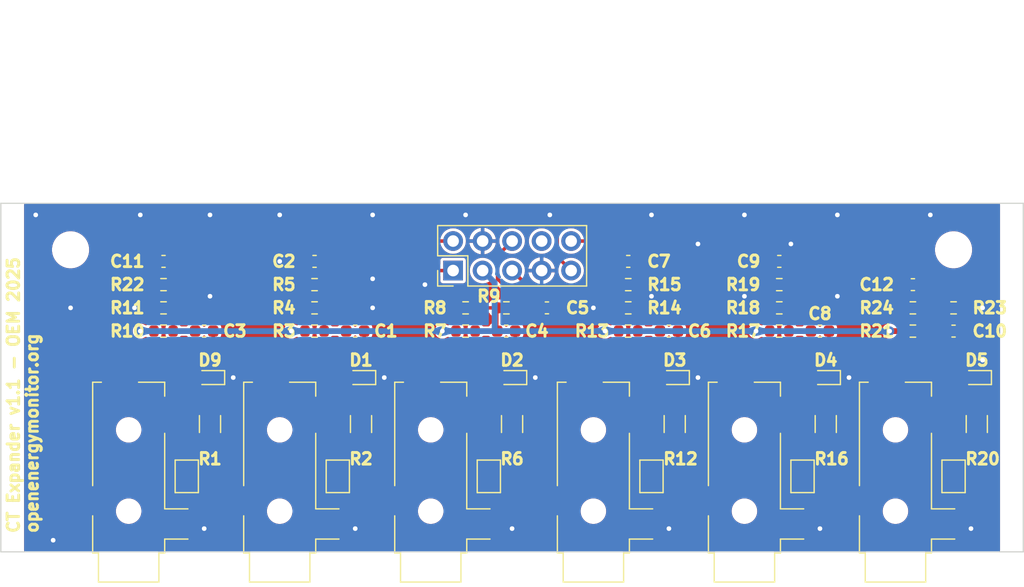
<source format=kicad_pcb>
(kicad_pcb (version 20241229) (generator "pcbnew") (generator_version "9.0")
  (title_block (title "OEM 6CT expander") (date "2024-09-09") (rev "0.1") (company "OpenEnergyMonitor"))
  (layers (0 "F.Cu" signal) (2 "B.Cu" signal) (13 "F.Paste" user) (15 "B.Paste" user) (5 "F.SilkS" user "F.Silkscreen") (7 "B.SilkS" user "B.Silkscreen") (1 "F.Mask" user) (3 "B.Mask" user) (25 "Edge.Cuts" user))
  (net 0 "")
  (net 1 "Net-(D1-A2)")
  (net 2 "Net-(C1-Pad2)")
  (net 3 "/CT8")
  (net 4 "GND")
  (net 5 "Net-(D9-A2)")
  (net 6 "Net-(C3-Pad2)")
  (net 7 "Net-(D2-A2)")
  (net 8 "Net-(C4-Pad2)")
  (net 9 "/CT9")
  (net 10 "Net-(D3-A2)")
  (net 11 "Net-(C6-Pad2)")
  (net 12 "/CT10")
  (net 13 "Net-(D4-A2)")
  (net 14 "Net-(C8-Pad2)")
  (net 15 "/CT11")
  (net 16 "Net-(D5-A2)")
  (net 17 "Net-(C10-Pad2)")
  (net 18 "/CT7")
  (net 19 "/CT12")
  (net 26 "/V_{REF}")
  (net 28 "Net-(JP1-B)")
  (net 29 "Net-(JP2-B)")
  (net 30 "Net-(JP3-B)")
  (net 31 "Net-(JP4-B)")
  (net 32 "Net-(JP5-B)")
  (net 33 "Net-(JP6-B)")
  (footprint "Capacitor_SMD:C_0603_1608Metric" (layer "F.Cu") (at 157.5 111 180)
    (property "Reference" "C6" (at -1.5 0 0) (layer "F.SilkS") (effects (font (thickness 0.25) (bold yes)) (justify left)))
    (property "Value" "10uF")
    (pad "1" smd roundrect (at -0.775 0 180) (size 0.9 0.95) (layers "F.Cu" "F.Mask" "F.Paste") (net 10 "Net-(D3-A2)"))
    (pad "2" smd roundrect (at 0.775 0 180) (size 0.9 0.95) (layers "F.Cu" "F.Mask" "F.Paste") (net 11 "Net-(C6-Pad2)"))
  )
  (footprint "Capacitor_SMD:C_0603_1608Metric" (layer "F.Cu") (at 182 111 180)
    (property "Reference" "C10" (at -1.5 0 0) (layer "F.SilkS") (effects (font (thickness 0.25) (bold yes)) (justify left)))
    (property "Value" "10uF")
    (pad "1" smd roundrect (at -0.775 0 180) (size 0.9 0.95) (layers "F.Cu" "F.Mask" "F.Paste") (net 16 "Net-(D5-A2)"))
    (pad "2" smd roundrect (at 0.775 0 180) (size 0.9 0.95) (layers "F.Cu" "F.Mask" "F.Paste") (net 17 "Net-(C10-Pad2)"))
  )
  (footprint "Resistor_SMD:R_0603_1608Metric" (layer "F.Cu") (at 140 111)
    (property "Reference" "R7" (at -1.5 0 0) (layer "F.SilkS") (effects (font (thickness 0.25) (bold yes)) (justify right)))
    (property "Value" "47K")
    (pad "1" smd roundrect (at -0.825 0) (size 0.8 0.95) (layers "F.Cu" "F.Mask" "F.Paste") (net 26 "/V_{REF}"))
    (pad "2" smd roundrect (at 0.825 0) (size 0.8 0.95) (layers "F.Cu" "F.Mask" "F.Paste") (net 8 "Net-(C4-Pad2)"))
  )
  (footprint "Connector_Audio:Jack_3.5mm_CUI_SJ-3524-SMT_Horizontal" (layer "F.Cu") (at 111 124 180)
    (property "Reference" "J1" (hide yes))
    (property "Value" "SJ-3524-SMT-TR")
    (pad "" np_thru_hole circle (at 0 -2.5 180) (size 1.7 1.7) (drill 1.7) (layers "*.Cu" "*.Mask"))
    (pad "" np_thru_hole circle (at 0 4.5 180) (size 1.7 1.7) (drill 1.7) (layers "*.Cu" "*.Mask"))
    (pad "R" smd rect (at 3.7 -1.6 180) (size 2.8 2.2) (layers "F.Cu" "F.Mask" "F.Paste"))
    (pad "S" smd rect (at -3.7 -3.6 180) (size 2.8 2.2) (layers "F.Cu" "F.Mask" "F.Paste") (net 4 "GND"))
    (pad "T" smd rect (at -3.7 5.8 180) (size 2.8 2.8) (layers "F.Cu" "F.Mask" "F.Paste") (net 5 "Net-(D9-A2)"))
    (pad "TN" smd rect (at 0.75 9.8 180) (size 2.8 2.6) (layers "F.Cu" "F.Mask" "F.Paste"))
  )
  (footprint "Jumper:SolderJumper-2_P1.3mm_Open_TrianglePad1.0x1.5mm" (layer "F.Cu") (at 156 123.5 90)
    (property "Reference" "JP4" (hide yes))
    (property "Value" "SolderJumper_2_Open")
    (pad "1" smd custom (at -0.725 0 90) (size 0.3 0.3) (layers "F.Cu" "F.Mask") (net 4 "GND") (options (clearance outline) (anchor rect)) (primitives (gr_poly (pts (xy 1 0) (xy 0.5 0.75) (xy -0.5 0.75) (xy -0.5 -0.75) (xy 0.5 -0.75)) (width 0) (fill yes))))
    (pad "2" smd custom (at 0.725 0 90) (size 0.3 0.3) (layers "F.Cu" "F.Mask") (net 31 "Net-(JP4-B)") (options (clearance outline) (anchor rect)) (primitives (gr_poly (pts (xy 0.5 0.75) (xy -0.65 0.75) (xy -0.15 0) (xy -0.65 -0.75) (xy 0.5 -0.75)) (width 0) (fill yes))))
  )
  (footprint "Resistor_SMD:R_0603_1608Metric" (layer "F.Cu") (at 127 109)
    (property "Reference" "R4" (at -1.5 0 0) (layer "F.SilkS") (effects (font (thickness 0.25) (bold yes)) (justify right)))
    (property "Value" "47K")
    (pad "1" smd roundrect (at -0.825 0) (size 0.8 0.95) (layers "F.Cu" "F.Mask" "F.Paste") (net 4 "GND"))
    (pad "2" smd roundrect (at 0.825 0) (size 0.8 0.95) (layers "F.Cu" "F.Mask" "F.Paste") (net 2 "Net-(C1-Pad2)"))
  )
  (footprint "Diode_SMD:D_SOD-523" (layer "F.Cu") (at 171 115 180)
    (property "Reference" "D4" (at 0 1.5 0) (layer "F.SilkS") (effects (font (thickness 0.25) (bold yes))))
    (property "Value" "5V")
    (pad "1" smd roundrect (at -0.7 0) (size 0.6 0.7) (layers "F.Cu" "F.Mask" "F.Paste") (net 4 "GND"))
    (pad "2" smd roundrect (at 0.7 0) (size 0.6 0.7) (layers "F.Cu" "F.Mask" "F.Paste") (net 13 "Net-(D4-A2)"))
  )
  (footprint "Resistor_SMD:R_0603_1608Metric" (layer "F.Cu") (at 114 111)
    (property "Reference" "R10" (at -1.5 0 0) (layer "F.SilkS") (effects (font (thickness 0.25) (bold yes)) (justify right)))
    (property "Value" "47K")
    (pad "1" smd roundrect (at -0.825 0) (size 0.8 0.95) (layers "F.Cu" "F.Mask" "F.Paste") (net 26 "/V_{REF}"))
    (pad "2" smd roundrect (at 0.825 0) (size 0.8 0.95) (layers "F.Cu" "F.Mask" "F.Paste") (net 6 "Net-(C3-Pad2)"))
  )
  (footprint "Resistor_SMD:R_0603_1608Metric" (layer "F.Cu") (at 167 111)
    (property "Reference" "R17" (at -1.5 0 0) (layer "F.SilkS") (effects (font (thickness 0.25) (bold yes)) (justify right)))
    (property "Value" "47K")
    (pad "1" smd roundrect (at -0.825 0) (size 0.8 0.95) (layers "F.Cu" "F.Mask" "F.Paste") (net 26 "/V_{REF}"))
    (pad "2" smd roundrect (at 0.825 0) (size 0.8 0.95) (layers "F.Cu" "F.Mask" "F.Paste") (net 14 "Net-(C8-Pad2)"))
  )
  (footprint "Resistor_SMD:R_0603_1608Metric" (layer "F.Cu") (at 127 107 180)
    (property "Reference" "R5" (at 1.5 0 0) (layer "F.SilkS") (effects (font (thickness 0.25) (bold yes)) (justify right)))
    (property "Value" "3K3")
    (pad "1" smd roundrect (at -0.825 0 180) (size 0.8 0.95) (layers "F.Cu" "F.Mask" "F.Paste") (net 3 "/CT8"))
    (pad "2" smd roundrect (at 0.825 0 180) (size 0.8 0.95) (layers "F.Cu" "F.Mask" "F.Paste") (net 2 "Net-(C1-Pad2)"))
  )
  (footprint "Resistor_SMD:R_0603_1608Metric" (layer "F.Cu") (at 143.51 109 180)
    (property "Reference" "R9" (at 1.51 1 0) (layer "F.SilkS") (effects (font (thickness 0.25) (bold yes))))
    (property "Value" "3K3")
    (pad "1" smd roundrect (at -0.825 0 180) (size 0.8 0.95) (layers "F.Cu" "F.Mask" "F.Paste") (net 9 "/CT9"))
    (pad "2" smd roundrect (at 0.825 0 180) (size 0.8 0.95) (layers "F.Cu" "F.Mask" "F.Paste") (net 8 "Net-(C4-Pad2)"))
  )
  (footprint "Connector_Audio:Jack_3.5mm_CUI_SJ-3524-SMT_Horizontal" (layer "F.Cu") (at 177 124 180)
    (property "Reference" "J6" (hide yes))
    (property "Value" "SJ-3524-SMT-TR")
    (pad "" np_thru_hole circle (at 0 -2.5 180) (size 1.7 1.7) (drill 1.7) (layers "*.Cu" "*.Mask"))
    (pad "" np_thru_hole circle (at 0 4.5 180) (size 1.7 1.7) (drill 1.7) (layers "*.Cu" "*.Mask"))
    (pad "R" smd rect (at 3.7 -1.6 180) (size 2.8 2.2) (layers "F.Cu" "F.Mask" "F.Paste"))
    (pad "S" smd rect (at -3.7 -3.6 180) (size 2.8 2.2) (layers "F.Cu" "F.Mask" "F.Paste") (net 4 "GND"))
    (pad "T" smd rect (at -3.7 5.8 180) (size 2.8 2.8) (layers "F.Cu" "F.Mask" "F.Paste") (net 16 "Net-(D5-A2)"))
    (pad "TN" smd rect (at 0.75 9.8 180) (size 2.8 2.6) (layers "F.Cu" "F.Mask" "F.Paste"))
  )
  (footprint "Connector_Audio:Jack_3.5mm_CUI_SJ-3524-SMT_Horizontal" (layer "F.Cu") (at 151 124 180)
    (property "Reference" "J4" (hide yes))
    (property "Value" "SJ-3524-SMT-TR")
    (pad "" np_thru_hole circle (at 0 -2.5 180) (size 1.7 1.7) (drill 1.7) (layers "*.Cu" "*.Mask"))
    (pad "" np_thru_hole circle (at 0 4.5 180) (size 1.7 1.7) (drill 1.7) (layers "*.Cu" "*.Mask"))
    (pad "R" smd rect (at 3.7 -1.6 180) (size 2.8 2.2) (layers "F.Cu" "F.Mask" "F.Paste"))
    (pad "S" smd rect (at -3.7 -3.6 180) (size 2.8 2.2) (layers "F.Cu" "F.Mask" "F.Paste") (net 4 "GND"))
    (pad "T" smd rect (at -3.7 5.8 180) (size 2.8 2.8) (layers "F.Cu" "F.Mask" "F.Paste") (net 10 "Net-(D3-A2)"))
    (pad "TN" smd rect (at 0.75 9.8 180) (size 2.8 2.6) (layers "F.Cu" "F.Mask" "F.Paste"))
  )
  (footprint "Capacitor_SMD:C_0603_1608Metric" (layer "F.Cu") (at 127 105 180)
    (property "Reference" "C2" (at 1.5 0 0) (layer "F.SilkS") (effects (font (thickness 0.25) (bold yes)) (justify right)))
    (property "Value" "10n")
    (pad "1" smd roundrect (at -0.775 0 180) (size 0.9 0.95) (layers "F.Cu" "F.Mask" "F.Paste") (net 3 "/CT8"))
    (pad "2" smd roundrect (at 0.775 0 180) (size 0.9 0.95) (layers "F.Cu" "F.Mask" "F.Paste") (net 4 "GND"))
  )
  (footprint "Capacitor_SMD:C_0603_1608Metric" (layer "F.Cu") (at 170.5 111 180)
    (property "Reference" "C8" (at 0 1.5 0) (layer "F.SilkS") (effects (font (thickness 0.25) (bold yes))))
    (property "Value" "10uF")
    (pad "1" smd roundrect (at -0.775 0 180) (size 0.9 0.95) (layers "F.Cu" "F.Mask" "F.Paste") (net 13 "Net-(D4-A2)"))
    (pad "2" smd roundrect (at 0.775 0 180) (size 0.9 0.95) (layers "F.Cu" "F.Mask" "F.Paste") (net 14 "Net-(C8-Pad2)"))
  )
  (footprint "Connector_Audio:Jack_3.5mm_CUI_SJ-3524-SMT_Horizontal" (layer "F.Cu") (at 137 124 180)
    (property "Reference" "J3" (hide yes))
    (property "Value" "SJ-3524-SMT-TR")
    (pad "" np_thru_hole circle (at 0 -2.5 180) (size 1.7 1.7) (drill 1.7) (layers "*.Cu" "*.Mask"))
    (pad "" np_thru_hole circle (at 0 4.5 180) (size 1.7 1.7) (drill 1.7) (layers "*.Cu" "*.Mask"))
    (pad "R" smd rect (at 3.7 -1.6 180) (size 2.8 2.2) (layers "F.Cu" "F.Mask" "F.Paste"))
    (pad "S" smd rect (at -3.7 -3.6 180) (size 2.8 2.2) (layers "F.Cu" "F.Mask" "F.Paste") (net 4 "GND"))
    (pad "T" smd rect (at -3.7 5.8 180) (size 2.8 2.8) (layers "F.Cu" "F.Mask" "F.Paste") (net 7 "Net-(D2-A2)"))
    (pad "TN" smd rect (at 0.75 9.8 180) (size 2.8 2.6) (layers "F.Cu" "F.Mask" "F.Paste"))
  )
  (footprint "Resistor_SMD:R_1206_3216Metric" (layer "F.Cu") (at 171 119 -90)
    (property "Reference" "R16" (at 3 -0.5 180) (layer "F.SilkS") (effects (font (thickness 0.25) (bold yes))))
    (property "Value" "6R8")
    (pad "1" smd roundrect (at -1.4625 0 270) (size 1.125 1.75) (layers "F.Cu" "F.Mask" "F.Paste") (roundrect_rratio 0.222222) (net 13 "Net-(D4-A2)"))
    (pad "2" smd roundrect (at 1.4625 0 270) (size 1.125 1.75) (layers "F.Cu" "F.Mask" "F.Paste") (roundrect_rratio 0.222222) (net 32 "Net-(JP5-B)"))
  )
  (footprint "Capacitor_SMD:C_0603_1608Metric" (layer "F.Cu") (at 117.5 111 180)
    (property "Reference" "C3" (at -1.5 0 0) (layer "F.SilkS") (effects (font (thickness 0.25) (bold yes)) (justify left)))
    (property "Value" "10uF")
    (pad "1" smd roundrect (at -0.775 0 180) (size 0.9 0.95) (layers "F.Cu" "F.Mask" "F.Paste") (net 5 "Net-(D9-A2)"))
    (pad "2" smd roundrect (at 0.775 0 180) (size 0.9 0.95) (layers "F.Cu" "F.Mask" "F.Paste") (net 6 "Net-(C3-Pad2)"))
  )
  (footprint "Connector_PinHeader_2.54mm:PinHeader_2x05_P2.54mm_Vertical" (layer "F.Cu") (at 138.925 105.79 90)
    (property "Reference" "J7" (hide yes))
    (property "Value" "Conn_02x05_Odd_Even")
    (pad "1" thru_hole rect (at 0 0 90) (size 1.7 1.7) (drill 1) (layers "*.Cu" "*.Mask") (net 3 "/CT8"))
    (pad "2" thru_hole oval (at 2.54 0 90) (size 1.7 1.7) (drill 1) (layers "*.Cu" "*.Mask") (net 18 "/CT7"))
    (pad "3" thru_hole oval (at 0 2.54 90) (size 1.7 1.7) (drill 1) (layers "*.Cu" "*.Mask") (net 26 "/V_{REF}"))
    (pad "4" thru_hole oval (at 2.54 2.54 90) (size 1.7 1.7) (drill 1) (layers "*.Cu" "*.Mask") (net 4 "GND"))
    (pad "5" thru_hole oval (at 0 5.08 90) (size 1.7 1.7) (drill 1) (layers "*.Cu" "*.Mask") (net 12 "/CT10"))
    (pad "6" thru_hole oval (at 2.54 5.08 90) (size 1.7 1.7) (drill 1) (layers "*.Cu" "*.Mask") (net 9 "/CT9"))
    (pad "7" thru_hole oval (at 0 7.62 90) (size 1.7 1.7) (drill 1) (layers "*.Cu" "*.Mask") (net 4 "GND"))
    (pad "8" thru_hole oval (at 2.54 7.62 90) (size 1.7 1.7) (drill 1) (layers "*.Cu" "*.Mask"))
    (pad "9" thru_hole oval (at 0 10.16 90) (size 1.7 1.7) (drill 1) (layers "*.Cu" "*.Mask") (net 19 "/CT12"))
    (pad "10" thru_hole oval (at 2.54 10.16 90) (size 1.7 1.7) (drill 1) (layers "*.Cu" "*.Mask") (net 15 "/CT11"))
  )
  (footprint "Resistor_SMD:R_0603_1608Metric" (layer "F.Cu") (at 154 107)
    (property "Reference" "R15" (at 1.5 0 0) (layer "F.SilkS") (effects (font (thickness 0.25) (bold yes)) (justify left)))
    (property "Value" "3K3")
    (pad "1" smd roundrect (at -0.825 0) (size 0.8 0.95) (layers "F.Cu" "F.Mask" "F.Paste") (net 12 "/CT10"))
    (pad "2" smd roundrect (at 0.825 0) (size 0.8 0.95) (layers "F.Cu" "F.Mask" "F.Paste") (net 11 "Net-(C6-Pad2)"))
  )
  (footprint "MountingHole:MountingHole_2.7mm_M2.5" (layer "F.Cu") (at 182 104 90)
    (property "Reference" "H2" (hide yes))
    (property "Value" "MountingHole")
    (pad "" np_thru_hole circle (at 0 0 90) (size 2.7 2.7) (drill 2.7) (layers "*.Cu" "*.Mask"))
  )
  (footprint "Capacitor_SMD:C_0603_1608Metric" (layer "F.Cu") (at 114 105 180)
    (property "Reference" "C11" (at 1.5 0 0) (layer "F.SilkS") (effects (font (thickness 0.25) (bold yes)) (justify right)))
    (property "Value" "10n")
    (pad "1" smd roundrect (at -0.775 0 180) (size 0.9 0.95) (layers "F.Cu" "F.Mask" "F.Paste") (net 18 "/CT7"))
    (pad "2" smd roundrect (at 0.775 0 180) (size 0.9 0.95) (layers "F.Cu" "F.Mask" "F.Paste") (net 4 "GND"))
  )
  (footprint "Diode_SMD:D_SOD-523" (layer "F.Cu") (at 158 115 180)
    (property "Reference" "D3" (at 0 1.5 0) (layer "F.SilkS") (effects (font (thickness 0.25) (bold yes))))
    (property "Value" "5V")
    (pad "1" smd roundrect (at -0.7 0) (size 0.6 0.7) (layers "F.Cu" "F.Mask" "F.Paste") (net 4 "GND"))
    (pad "2" smd roundrect (at 0.7 0) (size 0.6 0.7) (layers "F.Cu" "F.Mask" "F.Paste") (net 10 "Net-(D3-A2)"))
  )
  (footprint "Resistor_SMD:R_0603_1608Metric" (layer "F.Cu") (at 154 111)
    (property "Reference" "R13" (at -1.5 0 0) (layer "F.SilkS") (effects (font (thickness 0.25) (bold yes)) (justify right)))
    (property "Value" "47K")
    (pad "1" smd roundrect (at -0.825 0) (size 0.8 0.95) (layers "F.Cu" "F.Mask" "F.Paste") (net 26 "/V_{REF}"))
    (pad "2" smd roundrect (at 0.825 0) (size 0.8 0.95) (layers "F.Cu" "F.Mask" "F.Paste") (net 11 "Net-(C6-Pad2)"))
  )
  (footprint "Resistor_SMD:R_0603_1608Metric" (layer "F.Cu") (at 178.5 109)
    (property "Reference" "R24" (at -1.5 0 0) (layer "F.SilkS") (effects (font (thickness 0.25) (bold yes)) (justify right)))
    (property "Value" "3K3")
    (pad "1" smd roundrect (at -0.825 0) (size 0.8 0.95) (layers "F.Cu" "F.Mask" "F.Paste") (net 19 "/CT12"))
    (pad "2" smd roundrect (at 0.825 0) (size 0.8 0.95) (layers "F.Cu" "F.Mask" "F.Paste") (net 17 "Net-(C10-Pad2)"))
  )
  (footprint "Resistor_SMD:R_0603_1608Metric" (layer "F.Cu") (at 167 107)
    (property "Reference" "R19" (at -1.5 0 0) (layer "F.SilkS") (effects (font (thickness 0.25) (bold yes)) (justify right)))
    (property "Value" "3K3")
    (pad "1" smd roundrect (at -0.825 0) (size 0.8 0.95) (layers "F.Cu" "F.Mask" "F.Paste") (net 15 "/CT11"))
    (pad "2" smd roundrect (at 0.825 0) (size 0.8 0.95) (layers "F.Cu" "F.Mask" "F.Paste") (net 14 "Net-(C8-Pad2)"))
  )
  (footprint "Resistor_SMD:R_0603_1608Metric" (layer "F.Cu") (at 127 111)
    (property "Reference" "R3" (at -1.5 0 0) (layer "F.SilkS") (effects (font (thickness 0.25) (bold yes)) (justify right)))
    (property "Value" "47K")
    (pad "1" smd roundrect (at -0.825 0) (size 0.8 0.95) (layers "F.Cu" "F.Mask" "F.Paste") (net 26 "/V_{REF}"))
    (pad "2" smd roundrect (at 0.825 0) (size 0.8 0.95) (layers "F.Cu" "F.Mask" "F.Paste") (net 2 "Net-(C1-Pad2)"))
  )
  (footprint "Resistor_SMD:R_1206_3216Metric" (layer "F.Cu") (at 158 119 -90)
    (property "Reference" "R12" (at 3 -0.5 180) (layer "F.SilkS") (effects (font (thickness 0.25) (bold yes))))
    (property "Value" "6R8")
    (pad "1" smd roundrect (at -1.4625 0 270) (size 1.125 1.75) (layers "F.Cu" "F.Mask" "F.Paste") (roundrect_rratio 0.222222) (net 10 "Net-(D3-A2)"))
    (pad "2" smd roundrect (at 1.4625 0 270) (size 1.125 1.75) (layers "F.Cu" "F.Mask" "F.Paste") (roundrect_rratio 0.222222) (net 31 "Net-(JP4-B)"))
  )
  (footprint "Jumper:SolderJumper-2_P1.3mm_Open_TrianglePad1.0x1.5mm" (layer "F.Cu") (at 142 123.5 90)
    (property "Reference" "JP3" (hide yes))
    (property "Value" "SolderJumper_2_Open")
    (pad "1" smd custom (at -0.725 0 90) (size 0.3 0.3) (layers "F.Cu" "F.Mask") (net 4 "GND") (options (clearance outline) (anchor rect)) (primitives (gr_poly (pts (xy 1 0) (xy 0.5 0.75) (xy -0.5 0.75) (xy -0.5 -0.75) (xy 0.5 -0.75)) (width 0) (fill yes))))
    (pad "2" smd custom (at 0.725 0 90) (size 0.3 0.3) (layers "F.Cu" "F.Mask") (net 30 "Net-(JP3-B)") (options (clearance outline) (anchor rect)) (primitives (gr_poly (pts (xy 0.5 0.75) (xy -0.65 0.75) (xy -0.15 0) (xy -0.65 -0.75) (xy 0.5 -0.75)) (width 0) (fill yes))))
  )
  (footprint "Capacitor_SMD:C_0603_1608Metric" (layer "F.Cu") (at 167 105)
    (property "Reference" "C9" (at -1.5 0 0) (layer "F.SilkS") (effects (font (thickness 0.25) (bold yes)) (justify right)))
    (property "Value" "10n")
    (pad "1" smd roundrect (at -0.775 0) (size 0.9 0.95) (layers "F.Cu" "F.Mask" "F.Paste") (net 15 "/CT11"))
    (pad "2" smd roundrect (at 0.775 0) (size 0.9 0.95) (layers "F.Cu" "F.Mask" "F.Paste") (net 4 "GND"))
  )
  (footprint "Connector_Audio:Jack_3.5mm_CUI_SJ-3524-SMT_Horizontal" (layer "F.Cu") (at 124 124 180)
    (property "Reference" "J2" (hide yes))
    (property "Value" "SJ-3524-SMT-TR")
    (pad "" np_thru_hole circle (at 0 -2.5 180) (size 1.7 1.7) (drill 1.7) (layers "*.Cu" "*.Mask"))
    (pad "" np_thru_hole circle (at 0 4.5 180) (size 1.7 1.7) (drill 1.7) (layers "*.Cu" "*.Mask"))
    (pad "R" smd rect (at 3.7 -1.6 180) (size 2.8 2.2) (layers "F.Cu" "F.Mask" "F.Paste"))
    (pad "S" smd rect (at -3.7 -3.6 180) (size 2.8 2.2) (layers "F.Cu" "F.Mask" "F.Paste") (net 4 "GND"))
    (pad "T" smd rect (at -3.7 5.8 180) (size 2.8 2.8) (layers "F.Cu" "F.Mask" "F.Paste") (net 1 "Net-(D1-A2)"))
    (pad "TN" smd rect (at 0.75 9.8 180) (size 2.8 2.6) (layers "F.Cu" "F.Mask" "F.Paste"))
  )
  (footprint "Jumper:SolderJumper-2_P1.3mm_Open_TrianglePad1.0x1.5mm" (layer "F.Cu") (at 116 123.5 90)
    (property "Reference" "JP1" (hide yes))
    (property "Value" "SolderJumper_2_Open")
    (pad "1" smd custom (at -0.725 0 90) (size 0.3 0.3) (layers "F.Cu" "F.Mask") (net 4 "GND") (options (clearance outline) (anchor rect)) (primitives (gr_poly (pts (xy 1 0) (xy 0.5 0.75) (xy -0.5 0.75) (xy -0.5 -0.75) (xy 0.5 -0.75)) (width 0) (fill yes))))
    (pad "2" smd custom (at 0.725 0 90) (size 0.3 0.3) (layers "F.Cu" "F.Mask") (net 28 "Net-(JP1-B)") (options (clearance outline) (anchor rect)) (primitives (gr_poly (pts (xy 0.5 0.75) (xy -0.65 0.75) (xy -0.15 0) (xy -0.65 -0.75) (xy 0.5 -0.75)) (width 0) (fill yes))))
  )
  (footprint "Capacitor_SMD:C_0603_1608Metric" (layer "F.Cu") (at 154 105)
    (property "Reference" "C7" (at 1.5 0 0) (layer "F.SilkS") (effects (font (thickness 0.25) (bold yes)) (justify left)))
    (property "Value" "10n")
    (pad "1" smd roundrect (at -0.775 0) (size 0.9 0.95) (layers "F.Cu" "F.Mask" "F.Paste") (net 12 "/CT10"))
    (pad "2" smd roundrect (at 0.775 0) (size 0.9 0.95) (layers "F.Cu" "F.Mask" "F.Paste") (net 4 "GND"))
  )
  (footprint "Resistor_SMD:R_0603_1608Metric" (layer "F.Cu") (at 114 107 180)
    (property "Reference" "R22" (at 1.5 0 0) (layer "F.SilkS") (effects (font (thickness 0.25) (bold yes)) (justify right)))
    (property "Value" "3K3")
    (pad "1" smd roundrect (at -0.825 0 180) (size 0.8 0.95) (layers "F.Cu" "F.Mask" "F.Paste") (net 18 "/CT7"))
    (pad "2" smd roundrect (at 0.825 0 180) (size 0.8 0.95) (layers "F.Cu" "F.Mask" "F.Paste") (net 6 "Net-(C3-Pad2)"))
  )
  (footprint "Connector_Audio:Jack_3.5mm_CUI_SJ-3524-SMT_Horizontal" (layer "F.Cu") (at 164 124 180)
    (property "Reference" "J5" (hide yes))
    (property "Value" "SJ-3524-SMT-TR")
    (pad "" np_thru_hole circle (at 0 -2.5 180) (size 1.7 1.7) (drill 1.7) (layers "*.Cu" "*.Mask"))
    (pad "" np_thru_hole circle (at 0 4.5 180) (size 1.7 1.7) (drill 1.7) (layers "*.Cu" "*.Mask"))
    (pad "R" smd rect (at 3.7 -1.6 180) (size 2.8 2.2) (layers "F.Cu" "F.Mask" "F.Paste"))
    (pad "S" smd rect (at -3.7 -3.6 180) (size 2.8 2.2) (layers "F.Cu" "F.Mask" "F.Paste") (net 4 "GND"))
    (pad "T" smd rect (at -3.7 5.8 180) (size 2.8 2.8) (layers "F.Cu" "F.Mask" "F.Paste") (net 13 "Net-(D4-A2)"))
    (pad "TN" smd rect (at 0.75 9.8 180) (size 2.8 2.6) (layers "F.Cu" "F.Mask" "F.Paste"))
  )
  (footprint "Resistor_SMD:R_0603_1608Metric" (layer "F.Cu") (at 154 109)
    (property "Reference" "R14" (at 1.5 0 0) (layer "F.SilkS") (effects (font (thickness 0.25) (bold yes)) (justify left)))
    (property "Value" "47K")
    (pad "1" smd roundrect (at -0.825 0) (size 0.8 0.95) (layers "F.Cu" "F.Mask" "F.Paste") (net 4 "GND"))
    (pad "2" smd roundrect (at 0.825 0) (size 0.8 0.95) (layers "F.Cu" "F.Mask" "F.Paste") (net 11 "Net-(C6-Pad2)"))
  )
  (footprint "Jumper:SolderJumper-2_P1.3mm_Open_TrianglePad1.0x1.5mm" (layer "F.Cu") (at 169 123.5 90)
    (property "Reference" "JP5" (hide yes))
    (property "Value" "SolderJumper_2_Open")
    (pad "1" smd custom (at -0.725 0 90) (size 0.3 0.3) (layers "F.Cu" "F.Mask") (net 4 "GND") (options (clearance outline) (anchor rect)) (primitives (gr_poly (pts (xy 1 0) (xy 0.5 0.75) (xy -0.5 0.75) (xy -0.5 -0.75) (xy 0.5 -0.75)) (width 0) (fill yes))))
    (pad "2" smd custom (at 0.725 0 90) (size 0.3 0.3) (layers "F.Cu" "F.Mask") (net 32 "Net-(JP5-B)") (options (clearance outline) (anchor rect)) (primitives (gr_poly (pts (xy 0.5 0.75) (xy -0.65 0.75) (xy -0.15 0) (xy -0.65 -0.75) (xy 0.5 -0.75)) (width 0) (fill yes))))
  )
  (footprint "Resistor_SMD:R_0603_1608Metric" (layer "F.Cu") (at 114 109)
    (property "Reference" "R11" (at -1.5 0 0) (layer "F.SilkS") (effects (font (thickness 0.25) (bold yes)) (justify right)))
    (property "Value" "47K")
    (pad "1" smd roundrect (at -0.825 0) (size 0.8 0.95) (layers "F.Cu" "F.Mask" "F.Paste") (net 4 "GND"))
    (pad "2" smd roundrect (at 0.825 0) (size 0.8 0.95) (layers "F.Cu" "F.Mask" "F.Paste") (net 6 "Net-(C3-Pad2)"))
  )
  (footprint "Resistor_SMD:R_1206_3216Metric" (layer "F.Cu") (at 118 119 -90)
    (property "Reference" "R1" (at 3 0 180) (layer "F.SilkS") (effects (font (thickness 0.25) (bold yes))))
    (property "Value" "6R8")
    (pad "1" smd roundrect (at -1.4625 0 270) (size 1.125 1.75) (layers "F.Cu" "F.Mask" "F.Paste") (roundrect_rratio 0.222222) (net 5 "Net-(D9-A2)"))
    (pad "2" smd roundrect (at 1.4625 0 270) (size 1.125 1.75) (layers "F.Cu" "F.Mask" "F.Paste") (roundrect_rratio 0.222222) (net 28 "Net-(JP1-B)"))
  )
  (footprint "Diode_SMD:D_SOD-523" (layer "F.Cu") (at 144 115 180)
    (property "Reference" "D2" (at 0 1.5 0) (layer "F.SilkS") (effects (font (thickness 0.25) (bold yes))))
    (property "Value" "5V")
    (pad "1" smd roundrect (at -0.7 0) (size 0.6 0.7) (layers "F.Cu" "F.Mask" "F.Paste") (net 4 "GND"))
    (pad "2" smd roundrect (at 0.7 0) (size 0.6 0.7) (layers "F.Cu" "F.Mask" "F.Paste") (net 7 "Net-(D2-A2)"))
  )
  (footprint "Resistor_SMD:R_0603_1608Metric" (layer "F.Cu") (at 178.5 111)
    (property "Reference" "R21" (at -1.5 0 0) (layer "F.SilkS") (effects (font (thickness 0.25) (bold yes)) (justify right)))
    (property "Value" "47K")
    (pad "1" smd roundrect (at -0.825 0) (size 0.8 0.95) (layers "F.Cu" "F.Mask" "F.Paste") (net 26 "/V_{REF}"))
    (pad "2" smd roundrect (at 0.825 0) (size 0.8 0.95) (layers "F.Cu" "F.Mask" "F.Paste") (net 17 "Net-(C10-Pad2)"))
  )
  (footprint "Diode_SMD:D_SOD-523" (layer "F.Cu") (at 118 115 180)
    (property "Reference" "D9" (at 0 1.5 0) (layer "F.SilkS") (effects (font (thickness 0.25) (bold yes))))
    (property "Value" "5V")
    (pad "1" smd roundrect (at -0.7 0) (size 0.6 0.7) (layers "F.Cu" "F.Mask" "F.Paste") (net 4 "GND"))
    (pad "2" smd roundrect (at 0.7 0) (size 0.6 0.7) (layers "F.Cu" "F.Mask" "F.Paste") (net 5 "Net-(D9-A2)"))
  )
  (footprint "Resistor_SMD:R_0603_1608Metric" (layer "F.Cu") (at 140 109)
    (property "Reference" "R8" (at -1.5 0 0) (layer "F.SilkS") (effects (font (thickness 0.25) (bold yes)) (justify right)))
    (property "Value" "47K")
    (pad "1" smd roundrect (at -0.825 0) (size 0.8 0.95) (layers "F.Cu" "F.Mask" "F.Paste") (net 4 "GND"))
    (pad "2" smd roundrect (at 0.825 0) (size 0.8 0.95) (layers "F.Cu" "F.Mask" "F.Paste") (net 8 "Net-(C4-Pad2)"))
  )
  (footprint "Jumper:SolderJumper-2_P1.3mm_Open_TrianglePad1.0x1.5mm" (layer "F.Cu") (at 182 123.5 90)
    (property "Reference" "JP6" (hide yes))
    (property "Value" "SolderJumper_2_Open")
    (pad "1" smd custom (at -0.725 0 90) (size 0.3 0.3) (layers "F.Cu" "F.Mask") (net 4 "GND") (options (clearance outline) (anchor rect)) (primitives (gr_poly (pts (xy 1 0) (xy 0.5 0.75) (xy -0.5 0.75) (xy -0.5 -0.75) (xy 0.5 -0.75)) (width 0) (fill yes))))
    (pad "2" smd custom (at 0.725 0 90) (size 0.3 0.3) (layers "F.Cu" "F.Mask") (net 33 "Net-(JP6-B)") (options (clearance outline) (anchor rect)) (primitives (gr_poly (pts (xy 0.5 0.75) (xy -0.65 0.75) (xy -0.15 0) (xy -0.65 -0.75) (xy 0.5 -0.75)) (width 0) (fill yes))))
  )
  (footprint "Resistor_SMD:R_1206_3216Metric" (layer "F.Cu") (at 184 119 -90)
    (property "Reference" "R20" (at 3 -0.5 180) (layer "F.SilkS") (effects (font (thickness 0.25) (bold yes))))
    (property "Value" "6R8")
    (pad "1" smd roundrect (at -1.4625 0 270) (size 1.125 1.75) (layers "F.Cu" "F.Mask" "F.Paste") (roundrect_rratio 0.222222) (net 16 "Net-(D5-A2)"))
    (pad "2" smd roundrect (at 1.4625 0 270) (size 1.125 1.75) (layers "F.Cu" "F.Mask" "F.Paste") (roundrect_rratio 0.222222) (net 33 "Net-(JP6-B)"))
  )
  (footprint "Capacitor_SMD:C_0603_1608Metric" (layer "F.Cu") (at 147 109)
    (property "Reference" "C5" (at 1.5 0 0) (layer "F.SilkS") (effects (font (thickness 0.25) (bold yes)) (justify left)))
    (property "Value" "10n")
    (pad "1" smd roundrect (at -0.775 0) (size 0.9 0.95) (layers "F.Cu" "F.Mask" "F.Paste") (net 9 "/CT9"))
    (pad "2" smd roundrect (at 0.775 0) (size 0.9 0.95) (layers "F.Cu" "F.Mask" "F.Paste") (net 4 "GND"))
  )
  (footprint "Resistor_SMD:R_0603_1608Metric" (layer "F.Cu") (at 182 109 180)
    (property "Reference" "R23" (at -1.5 0 0) (layer "F.SilkS") (effects (font (thickness 0.25) (bold yes)) (justify left)))
    (property "Value" "47K")
    (pad "1" smd roundrect (at -0.825 0 180) (size 0.8 0.95) (layers "F.Cu" "F.Mask" "F.Paste") (net 4 "GND"))
    (pad "2" smd roundrect (at 0.825 0 180) (size 0.8 0.95) (layers "F.Cu" "F.Mask" "F.Paste") (net 17 "Net-(C10-Pad2)"))
  )
  (footprint "MountingHole:MountingHole_2.7mm_M2.5" (layer "F.Cu") (at 106 104 90)
    (property "Reference" "H1" (hide yes))
    (property "Value" "MountingHole")
    (pad "" np_thru_hole circle (at 0 0 90) (size 2.7 2.7) (drill 2.7) (layers "*.Cu" "*.Mask"))
  )
  (footprint "Jumper:SolderJumper-2_P1.3mm_Open_TrianglePad1.0x1.5mm" (layer "F.Cu") (at 129 123.5 90)
    (property "Reference" "JP2" (hide yes))
    (property "Value" "SolderJumper_2_Open")
    (pad "1" smd custom (at -0.725 0 90) (size 0.3 0.3) (layers "F.Cu" "F.Mask") (net 4 "GND") (options (clearance outline) (anchor rect)) (primitives (gr_poly (pts (xy 1 0) (xy 0.5 0.75) (xy -0.5 0.75) (xy -0.5 -0.75) (xy 0.5 -0.75)) (width 0) (fill yes))))
    (pad "2" smd custom (at 0.725 0 90) (size 0.3 0.3) (layers "F.Cu" "F.Mask") (net 29 "Net-(JP2-B)") (options (clearance outline) (anchor rect)) (primitives (gr_poly (pts (xy 0.5 0.75) (xy -0.65 0.75) (xy -0.15 0) (xy -0.65 -0.75) (xy 0.5 -0.75)) (width 0) (fill yes))))
  )
  (footprint "Diode_SMD:D_SOD-523" (layer "F.Cu") (at 184 115 180)
    (property "Reference" "D5" (at 0 1.5 0) (layer "F.SilkS") (effects (font (thickness 0.25) (bold yes))))
    (property "Value" "5V")
    (pad "1" smd roundrect (at -0.7 0) (size 0.6 0.7) (layers "F.Cu" "F.Mask" "F.Paste") (net 4 "GND"))
    (pad "2" smd roundrect (at 0.7 0) (size 0.6 0.7) (layers "F.Cu" "F.Mask" "F.Paste") (net 16 "Net-(D5-A2)"))
  )
  (footprint "Resistor_SMD:R_0603_1608Metric" (layer "F.Cu") (at 167 109)
    (property "Reference" "R18" (at -1.5 0 0) (layer "F.SilkS") (effects (font (thickness 0.25) (bold yes)) (justify right)))
    (property "Value" "47K")
    (pad "1" smd roundrect (at -0.825 0) (size 0.8 0.95) (layers "F.Cu" "F.Mask" "F.Paste") (net 4 "GND"))
    (pad "2" smd roundrect (at 0.825 0) (size 0.8 0.95) (layers "F.Cu" "F.Mask" "F.Paste") (net 14 "Net-(C8-Pad2)"))
  )
  (footprint "Capacitor_SMD:C_0603_1608Metric" (layer "F.Cu") (at 143.5 111 180)
    (property "Reference" "C4" (at -1.5 0 0) (layer "F.SilkS") (effects (font (thickness 0.25) (bold yes)) (justify left)))
    (property "Value" "10uF")
    (pad "1" smd roundrect (at -0.775 0 180) (size 0.9 0.95) (layers "F.Cu" "F.Mask" "F.Paste") (net 7 "Net-(D2-A2)"))
    (pad "2" smd roundrect (at 0.775 0 180) (size 0.9 0.95) (layers "F.Cu" "F.Mask" "F.Paste") (net 8 "Net-(C4-Pad2)"))
  )
  (footprint "Resistor_SMD:R_1206_3216Metric" (layer "F.Cu") (at 131 119 -90)
    (property "Reference" "R2" (at 3 0 180) (layer "F.SilkS") (effects (font (thickness 0.25) (bold yes))))
    (property "Value" "6R8")
    (pad "1" smd roundrect (at -1.4625 0 270) (size 1.125 1.75) (layers "F.Cu" "F.Mask" "F.Paste") (roundrect_rratio 0.222222) (net 1 "Net-(D1-A2)"))
    (pad "2" smd roundrect (at 1.4625 0 270) (size 1.125 1.75) (layers "F.Cu" "F.Mask" "F.Paste") (roundrect_rratio 0.222222) (net 29 "Net-(JP2-B)"))
  )
  (footprint "Diode_SMD:D_SOD-523" (layer "F.Cu") (at 131 115 180)
    (property "Reference" "D1" (at 0 1.5 0) (layer "F.SilkS") (effects (font (thickness 0.25) (bold yes))))
    (property "Value" "5V")
    (pad "1" smd roundrect (at -0.7 0) (size 0.6 0.7) (layers "F.Cu" "F.Mask" "F.Paste") (net 4 "GND"))
    (pad "2" smd roundrect (at 0.7 0) (size 0.6 0.7) (layers "F.Cu" "F.Mask" "F.Paste") (net 1 "Net-(D1-A2)"))
  )
  (footprint "Capacitor_SMD:C_0603_1608Metric" (layer "F.Cu") (at 130.5 111 180)
    (property "Reference" "C1" (at -1.5 0 0) (layer "F.SilkS") (effects (font (thickness 0.25) (bold yes)) (justify left)))
    (property "Value" "10uF")
    (pad "1" smd roundrect (at -0.775 0 180) (size 0.9 0.95) (layers "F.Cu" "F.Mask" "F.Paste") (net 1 "Net-(D1-A2)"))
    (pad "2" smd roundrect (at 0.775 0 180) (size 0.9 0.95) (layers "F.Cu" "F.Mask" "F.Paste") (net 2 "Net-(C1-Pad2)"))
  )
  (footprint "Capacitor_SMD:C_0603_1608Metric" (layer "F.Cu") (at 178.5 107)
    (property "Reference" "C12" (at -1.5 0 0) (layer "F.SilkS") (effects (font (thickness 0.25) (bold yes)) (justify right)))
    (property "Value" "10n")
    (pad "1" smd roundrect (at -0.775 0) (size 0.9 0.95) (layers "F.Cu" "F.Mask" "F.Paste") (net 19 "/CT12"))
    (pad "2" smd roundrect (at 0.775 0) (size 0.9 0.95) (layers "F.Cu" "F.Mask" "F.Paste") (net 4 "GND"))
  )
  (footprint "Resistor_SMD:R_1206_3216Metric" (layer "F.Cu") (at 144 119 -90)
    (property "Reference" "R6" (at 3 0 180) (layer "F.SilkS") (effects (font (thickness 0.25) (bold yes))))
    (property "Value" "6R8")
    (pad "1" smd roundrect (at -1.4625 0 270) (size 1.125 1.75) (layers "F.Cu" "F.Mask" "F.Paste") (roundrect_rratio 0.222222) (net 7 "Net-(D2-A2)"))
    (pad "2" smd roundrect (at 1.4625 0 270) (size 1.125 1.75) (layers "F.Cu" "F.Mask" "F.Paste") (roundrect_rratio 0.222222) (net 30 "Net-(JP3-B)"))
  )
  (gr_line (start 100 130) (end 188 130) (stroke (width 0.1)) (layer "Edge.Cuts"))
  (gr_line (start 188 130) (end 188 100) (stroke (width 0.1)) (layer "Edge.Cuts"))
  (gr_line (start 100 100) (end 100 130) (stroke (width 0.1)) (layer "Edge.Cuts"))
  (gr_line (start 188 100) (end 100 100) (stroke (width 0.1)) (layer "Edge.Cuts"))
  (gr_text "CT Expander v1.1 - OEM 2025\nopenenergymonitor.org" (at 100.5 128.5 90) (layer "F.SilkS") (effects (font (size 1 1) (thickness 0.25) (bold yes)) (justify left top)))
  (segment (start 131.275 111) (end 131.275 112.225) (width 0.3) (layer "F.Cu") (net 1))
  (segment (start 130.3 113.2) (end 131.275 112.225) (width 0.3) (layer "F.Cu") (net 1))
  (segment (start 130.3 115) (end 130.3 113.2) (width 0.3) (layer "F.Cu") (net 1))
  (segment (start 130.3 115.8) (end 131 116.5) (width 0.3) (layer "F.Cu") (net 1))
  (segment (start 130.3 115) (end 130.3 115.8) (width 0.3) (layer "F.Cu") (net 1))
  (segment (start 131 116.5) (end 131 117.5375) (width 0.3) (layer "F.Cu") (net 1))
  (segment (start 128.3625 117.5375) (end 127.7 118.2) (width 0.3) (layer "F.Cu") (net 1))
  (segment (start 131 117.5375) (end 128.3625 117.5375) (width 0.3) (layer "F.Cu") (net 1))
  (segment (start 127.825 109) (end 127.825 108.65) (width 0.3) (layer "F.Cu") (net 2))
  (segment (start 127.825 109) (end 127.825 111) (width 0.3) (layer "F.Cu") (net 2))
  (segment (start 127.825 108.65) (end 126.175 107) (width 0.3) (layer "F.Cu") (net 2))
  (segment (start 127.825 111) (end 129.725 111) (width 0.3) (layer "F.Cu") (net 2))
  (segment (start 137.54 105.79) (end 136.75 105) (width 0.3) (layer "F.Cu") (net 3))
  (segment (start 127.775 105) (end 136.75 105) (width 0.3) (layer "F.Cu") (net 3))
  (segment (start 127.775 105) (end 127.775 106.95) (width 0.3) (layer "F.Cu") (net 3))
  (segment (start 138.925 105.79) (end 137.54 105.79) (width 0.3) (layer "F.Cu") (net 3))
  (via (at 118 108) (size 0.8) (drill 0.4) (layers "F.Cu" "B.Cu") (net 4))
  (via (at 156 101) (size 0.8) (drill 0.4) (layers "F.Cu" "B.Cu") (net 4))
  (via (at 173 115) (size 0.8) (drill 0.4) (layers "F.Cu" "B.Cu") (net 4))
  (via (at 157.5 128) (size 0.8) (drill 0.4) (layers "F.Cu" "B.Cu") (net 4))
  (via (at 117.5 128) (size 0.8) (drill 0.4) (layers "F.Cu" "B.Cu") (net 4))
  (via (at 180 101) (size 0.8) (drill 0.4) (layers "F.Cu" "B.Cu") (net 4))
  (via (at 111.5 109) (size 0.8) (drill 0.4) (layers "F.Cu" "B.Cu") (net 4))
  (via (at 184.5 113.5) (size 0.8) (drill 0.4) (layers "F.Cu" "B.Cu") (net 4))
  (via (at 140 101) (size 0.8) (drill 0.4) (layers "F.Cu" "B.Cu") (net 4))
  (via (at 156 108) (size 0.8) (drill 0.4) (layers "F.Cu" "B.Cu") (net 4))
  (via (at 168 103.5) (size 0.8) (drill 0.4) (layers "F.Cu" "B.Cu") (net 4))
  (via (at 160 115) (size 0.8) (drill 0.4) (layers "F.Cu" "B.Cu") (net 4))
  (via (at 124 105) (size 0.8) (drill 0.4) (layers "F.Cu" "B.Cu") (net 4))
  (via (at 136.5 107) (size 0.8) (drill 0.4) (layers "F.Cu" "B.Cu") (net 4))
  (via (at 130.5 128) (size 0.8) (drill 0.4) (layers "F.Cu" "B.Cu") (net 4))
  (via (at 170.5 128) (size 0.8) (drill 0.4) (layers "F.Cu" "B.Cu") (net 4))
  (via (at 172 108) (size 0.8) (drill 0.4) (layers "F.Cu" "B.Cu") (net 4))
  (via (at 124 101) (size 0.8) (drill 0.4) (layers "F.Cu" "B.Cu") (net 4))
  (via (at 132 106.5) (size 0.8) (drill 0.4) (layers "F.Cu" "B.Cu") (net 4))
  (via (at 146 115) (size 0.8) (drill 0.4) (layers "F.Cu" "B.Cu") (net 4))
  (via (at 118 101) (size 0.8) (drill 0.4) (layers "F.Cu" "B.Cu") (net 4))
  (via (at 183.5 128) (size 0.8) (drill 0.4) (layers "F.Cu" "B.Cu") (net 4))
  (via (at 112 101) (size 0.8) (drill 0.4) (layers "F.Cu" "B.Cu") (net 4))
  (via (at 164 101) (size 0.8) (drill 0.4) (layers "F.Cu" "B.Cu") (net 4))
  (via (at 132 109) (size 0.8) (drill 0.4) (layers "F.Cu" "B.Cu") (net 4))
  (via (at 184.5 109) (size 0.8) (drill 0.4) (layers "F.Cu" "B.Cu") (net 4))
  (via (at 103 101) (size 0.8) (drill 0.4) (layers "F.Cu" "B.Cu") (net 4))
  (via (at 144 128) (size 0.8) (drill 0.4) (layers "F.Cu" "B.Cu") (net 4))
  (via (at 160 103.5) (size 0.8) (drill 0.4) (layers "F.Cu" "B.Cu") (net 4))
  (via (at 147.25 101) (size 0.8) (drill 0.4) (layers "F.Cu" "B.Cu") (net 4))
  (via (at 120 115) (size 0.8) (drill 0.4) (layers "F.Cu" "B.Cu") (net 4))
  (via (at 132 101) (size 0.8) (drill 0.4) (layers "F.Cu" "B.Cu") (net 4))
  (via (at 133 115) (size 0.8) (drill 0.4) (layers "F.Cu" "B.Cu") (net 4))
  (via (at 172 101) (size 0.8) (drill 0.4) (layers "F.Cu" "B.Cu") (net 4))
  (via (at 104.5 129) (size 0.8) (drill 0.4) (layers "F.Cu" "B.Cu") (net 4))
  (via (at 151 109) (size 0.8) (drill 0.4) (layers "F.Cu" "B.Cu") (net 4))
  (via (at 106 109) (size 0.8) (drill 0.4) (layers "F.Cu" "B.Cu") (net 4))
  (via (at 164 108) (size 0.8) (drill 0.4) (layers "F.Cu" "B.Cu") (net 4))
  (segment (start 115.3625 117.5375) (end 114.7 118.2) (width 0.3) (layer "F.Cu") (net 5))
  (segment (start 117.3 115) (end 117.3 115.8) (width 0.3) (layer "F.Cu") (net 5))
  (segment (start 118.275 112.225) (end 118.275 111) (width 0.3) (layer "F.Cu") (net 5))
  (segment (start 117.3 113.2) (end 118.275 112.225) (width 0.3) (layer "F.Cu") (net 5))
  (segment (start 118 117.5375) (end 115.3625 117.5375) (width 0.3) (layer "F.Cu") (net 5))
  (segment (start 117.3 115.8) (end 118 116.5) (width 0.3) (layer "F.Cu") (net 5))
  (segment (start 117.3 115) (end 117.3 113.2) (width 0.3) (layer "F.Cu") (net 5))
  (segment (start 118 116.5) (end 118 117.5375) (width 0.3) (layer "F.Cu") (net 5))
  (segment (start 113.175 107.35) (end 114.825 109) (width 0.3) (layer "F.Cu") (net 6))
  (segment (start 114.825 111) (end 114.825 109) (width 0.3) (layer "F.Cu") (net 6))
  (segment (start 113.175 107) (end 113.175 107.35) (width 0.3) (layer "F.Cu") (net 6))
  (segment (start 114.825 111) (end 116.725 111) (width 0.3) (layer "F.Cu") (net 6))
  (segment (start 144 116.5) (end 144 117.5375) (width 0.3) (layer "F.Cu") (net 7))
  (segment (start 143.3 113.7) (end 143.5 113.5) (width 0.3) (layer "F.Cu") (net 7))
  (segment (start 143.3 115.8) (end 144 116.5) (width 0.3) (layer "F.Cu") (net 7))
  (segment (start 143.3 115) (end 143.3 113.7) (width 0.3) (layer "F.Cu") (net 7))
  (segment (start 144.275 112.725) (end 143.5 113.5) (width 0.3) (layer "F.Cu") (net 7))
  (segment (start 141.3625 117.5375) (end 140.7 118.2) (width 0.3) (layer "F.Cu") (net 7))
  (segment (start 144 117.5375) (end 141.3625 117.5375) (width 0.3) (layer "F.Cu") (net 7))
  (segment (start 143.3 115) (end 143.3 115.8) (width 0.3) (layer "F.Cu") (net 7))
  (segment (start 144.275 111) (end 144.275 112.725) (width 0.3) (layer "F.Cu") (net 7))
  (segment (start 140.825 109) (end 142.685 109) (width 0.3) (layer "F.Cu") (net 8))
  (segment (start 142.685 109) (end 142.685 110.96) (width 0.3) (layer "F.Cu") (net 8))
  (segment (start 142.725 111) (end 140.825 111) (width 0.3) (layer "F.Cu") (net 8))
  (segment (start 142.755 104.5) (end 144.005 103.25) (width 0.3) (layer "F.Cu") (net 9))
  (segment (start 144.335 108.085) (end 142.75 106.5) (width 0.3) (layer "F.Cu") (net 9))
  (segment (start 144.335 109) (end 144.335 107.835) (width 0.3) (layer "F.Cu") (net 9))
  (segment (start 142.75 106.5) (end 142.75 104.5) (width 0.3) (layer "F.Cu") (net 9))
  (segment (start 144.335 109) (end 144.335 108.085) (width 0.3) (layer "F.Cu") (net 9))
  (segment (start 144.335 109) (end 146.225 109) (width 0.3) (layer "F.Cu") (net 9))
  (segment (start 144.335 107.835) (end 144 107.5) (width 0.3) (layer "F.Cu") (net 9))
  (segment (start 142.75 104.5) (end 142.755 104.5) (width 0.3) (layer "F.Cu") (net 9))
  (segment (start 144 107.5) (end 144.005 107.495) (width 0.3) (layer "F.Cu") (net 9))
  (segment (start 157.3 115) (end 157.3 115.8) (width 0.3) (layer "F.Cu") (net 10))
  (segment (start 155.3625 117.5375) (end 154.7 118.2) (width 0.3) (layer "F.Cu") (net 10))
  (segment (start 158 117.5375) (end 155.3625 117.5375) (width 0.3) (layer "F.Cu") (net 10))
  (segment (start 158 116.5) (end 158 117.5375) (width 0.3) (layer "F.Cu") (net 10))
  (segment (start 158.275 111) (end 158.275 112.225) (width 0.3) (layer "F.Cu") (net 10))
  (segment (start 158.275 112.225) (end 157.3 113.2) (width 0.3) (layer "F.Cu") (net 10))
  (segment (start 157.3 115.8) (end 158 116.5) (width 0.3) (layer "F.Cu") (net 10))
  (segment (start 157.3 113.2) (end 157.3 115) (width 0.3) (layer "F.Cu") (net 10))
  (segment (start 154.825 109) (end 154.825 111) (width 0.3) (layer "F.Cu") (net 11))
  (segment (start 154.825 111) (end 156.725 111) (width 0.3) (layer "F.Cu") (net 11))
  (segment (start 154.825 107) (end 154.825 109) (width 0.3) (layer "F.Cu") (net 11))
  (segment (start 147.25 107.5) (end 146 107.5) (width 0.3) (layer "F.Cu") (net 12))
  (segment (start 145.06 106.845) (end 144.005 105.79) (width 0.3) (layer "F.Cu") (net 12))
  (segment (start 153.175 107) (end 151.5 107) (width 0.3) (layer "F.Cu") (net 12))
  (segment (start 151 107.5) (end 147.25 107.5) (width 0.3) (layer "F.Cu") (net 12))
  (segment (start 147.25 107.5) (end 145.715 107.5) (width 0.3) (layer "F.Cu") (net 12))
  (segment (start 145.715 107.5) (end 144.005 105.79) (width 0.3) (layer "F.Cu") (net 12))
  (segment (start 151.5 107) (end 151 107.5) (width 0.3) (layer "F.Cu") (net 12))
  (segment (start 153.225 105) (end 153.225 106.95) (width 0.3) (layer "F.Cu") (net 12))
  (segment (start 171.275 111) (end 171.275 112.225) (width 0.3) (layer "F.Cu") (net 13))
  (segment (start 170.3 115.8) (end 171 116.5) (width 0.3) (layer "F.Cu") (net 13))
  (segment (start 171 117.5375) (end 168.3625 117.5375) (width 0.3) (layer "F.Cu") (net 13))
  (segment (start 168.3625 117.5375) (end 167.7 118.2) (width 0.3) (layer "F.Cu") (net 13))
  (segment (start 170.3 115) (end 170.3 115.8) (width 0.3) (layer "F.Cu") (net 13))
  (segment (start 171.275 112.225) (end 170.3 113.2) (width 0.3) (layer "F.Cu") (net 13))
  (segment (start 170.3 113.2) (end 170.3 115) (width 0.3) (layer "F.Cu") (net 13))
  (segment (start 171 116.5) (end 171 117.5375) (width 0.3) (layer "F.Cu") (net 13))
  (segment (start 167.825 111) (end 169.725 111) (width 0.3) (layer "F.Cu") (net 14))
  (segment (start 167.825 109) (end 167.825 111) (width 0.3) (layer "F.Cu") (net 14))
  (segment (start 167.825 107) (end 167.825 109) (width 0.3) (layer "F.Cu") (net 14))
  (segment (start 159 105) (end 158.75 104.75) (width 0.3) (layer "F.Cu") (net 15))
  (segment (start 166.175 107) (end 166.175 105.05) (width 0.3) (layer "F.Cu") (net 15))
  (segment (start 158.75 104.75) (end 157.25 103.25) (width 0.3) (layer "F.Cu") (net 15))
  (segment (start 157.25 103.25) (end 149.085 103.25) (width 0.3) (layer "F.Cu") (net 15))
  (segment (start 166.225 105) (end 159 105) (width 0.3) (layer "F.Cu") (net 15))
  (segment (start 183.3 115) (end 183.3 115.8) (width 0.3) (layer "F.Cu") (net 16))
  (segment (start 183.3 115.8) (end 184 116.5) (width 0.3) (layer "F.Cu") (net 16))
  (segment (start 181.3625 117.5375) (end 180.7 118.2) (width 0.3) (layer "F.Cu") (net 16))
  (segment (start 184 116.5) (end 184 117.5375) (width 0.3) (layer "F.Cu") (net 16))
  (segment (start 184 117.5375) (end 181.3625 117.5375) (width 0.3) (layer "F.Cu") (net 16))
  (segment (start 182.775 114.475) (end 183.3 115) (width 0.3) (layer "F.Cu") (net 16))
  (segment (start 182.775 111) (end 182.775 114.475) (width 0.3) (layer "F.Cu") (net 16))
  (segment (start 181.175 109) (end 181.175 110.95) (width 0.3) (layer "F.Cu") (net 17))
  (segment (start 179.325 111) (end 179.325 109) (width 0.3) (layer "F.Cu") (net 17))
  (segment (start 181.225 111) (end 179.325 111) (width 0.3) (layer "F.Cu") (net 17))
  (segment (start 114.775 105) (end 119.5 105) (width 0.3) (layer "F.Cu") (net 18))
  (segment (start 121.25 103.25) (end 138.925 103.25) (width 0.3) (layer "F.Cu") (net 18))
  (segment (start 119.5 105) (end 121.25 103.25) (width 0.3) (layer "F.Cu") (net 18))
  (segment (start 114.775 105) (end 114.775 106.95) (width 0.3) (layer "F.Cu") (net 18))
  (segment (start 177.675 109) (end 177.675 107.05) (width 0.3) (layer "F.Cu") (net 19))
  (segment (start 177.725 107) (end 174.5 107) (width 0.3) (layer "F.Cu") (net 19))
  (segment (start 148.562075 101.5) (end 147.884 102.178075) (width 0.3) (layer "F.Cu") (net 19))
  (segment (start 169.5 102) (end 150.5 102) (width 0.3) (layer "F.Cu") (net 19))
  (segment (start 150 101.5) (end 148.562075 101.5) (width 0.3) (layer "F.Cu") (net 19))
  (segment (start 147.884 102.178075) (end 147.884 104.589) (width 0.3) (layer "F.Cu") (net 19))
  (segment (start 150.5 102) (end 150 101.5) (width 0.3) (layer "F.Cu") (net 19))
  (segment (start 174.5 107) (end 169.5 102) (width 0.3) (layer "F.Cu") (net 19))
  (segment (start 147.884 104.589) (end 149.085 105.79) (width 0.3) (layer "F.Cu") (net 19))
  (segment (start 138 111) (end 139.175 111) (width 0.5) (layer "F.Cu") (net 26))
  (segment (start 152 111) (end 153.175 111) (width 0.5) (layer "F.Cu") (net 26))
  (segment (start 125 111) (end 126.175 111) (width 0.5) (layer "F.Cu") (net 26))
  (segment (start 112 111) (end 113.175 111) (width 0.5) (layer "F.Cu") (net 26))
  (segment (start 165 111) (end 166.175 111) (width 0.5) (layer "F.Cu") (net 26))
  (segment (start 176.5 111) (end 177.675 111) (width 0.5) (layer "F.Cu") (net 26))
  (via (at 112 111) (size 0.8) (drill 0.4) (layers "F.Cu" "B.Cu") (net 26))
  (via (at 152 111) (size 0.8) (drill 0.4) (layers "F.Cu" "B.Cu") (net 26))
  (via (at 165 111) (size 0.8) (drill 0.4) (layers "F.Cu" "B.Cu") (net 26))
  (via (at 138 111) (size 0.8) (drill 0.4) (layers "F.Cu" "B.Cu") (net 26))
  (via (at 125 111) (size 0.8) (drill 0.4) (layers "F.Cu" "B.Cu") (net 26))
  (via (at 176.5 111) (size 0.8) (drill 0.4) (layers "F.Cu" "B.Cu") (net 26))
  (segment (start 142.5 111) (end 152 111) (width 0.5) (layer "B.Cu") (net 26))
  (segment (start 138 111) (end 125 111) (width 0.5) (layer "B.Cu") (net 26))
  (segment (start 142.5 111) (end 138 111) (width 0.5) (layer "B.Cu") (net 26))
  (segment (start 141.465 105.79) (end 142.5 106.825) (width 0.5) (layer "B.Cu") (net 26))
  (segment (start 165 111) (end 176.5 111) (width 0.5) (layer "B.Cu") (net 26))
  (segment (start 125 111) (end 112 111) (width 0.5) (layer "B.Cu") (net 26))
  (segment (start 152 111) (end 165 111) (width 0.5) (layer "B.Cu") (net 26))
  (segment (start 142.5 106.825) (end 142.5 111) (width 0.5) (layer "B.Cu") (net 26))
  (segment (start 116 121) (end 116.5375 120.4625) (width 0.3) (layer "F.Cu") (net 28))
  (segment (start 116 122.775) (end 116 121) (width 0.3) (layer "F.Cu") (net 28))
  (segment (start 116.5375 120.4625) (end 118 120.4625) (width 0.3) (layer "F.Cu") (net 28))
  (segment (start 129 121) (end 129.5375 120.4625) (width 0.3) (layer "F.Cu") (net 29))
  (segment (start 129 122.775) (end 129 121) (width 0.3) (layer "F.Cu") (net 29))
  (segment (start 129.5375 120.4625) (end 131 120.4625) (width 0.3) (layer "F.Cu") (net 29))
  (segment (start 142 121) (end 142.5375 120.4625) (width 0.3) (layer "F.Cu") (net 30))
  (segment (start 142.5375 120.4625) (end 144 120.4625) (width 0.3) (layer "F.Cu") (net 30))
  (segment (start 142 122.775) (end 142 121) (width 0.3) (layer "F.Cu") (net 30))
  (segment (start 156 121) (end 156.5375 120.4625) (width 0.3) (layer "F.Cu") (net 31))
  (segment (start 156.5375 120.4625) (end 158 120.4625) (width 0.3) (layer "F.Cu") (net 31))
  (segment (start 156 122.775) (end 156 121) (width 0.3) (layer "F.Cu") (net 31))
  (segment (start 169.5375 120.4625) (end 171 120.4625) (width 0.3) (layer "F.Cu") (net 32))
  (segment (start 169 122.775) (end 169 121) (width 0.3) (layer "F.Cu") (net 32))
  (segment (start 169 121) (end 169.5375 120.4625) (width 0.3) (layer "F.Cu") (net 32))
  (segment (start 182.5375 120.4625) (end 184 120.4625) (width 0.3) (layer "F.Cu") (net 33))
  (segment (start 182 122.775) (end 182 121) (width 0.3) (layer "F.Cu") (net 33))
  (segment (start 182 121) (end 182.5375 120.4625) (width 0.3) (layer "F.Cu") (net 33))
  (zone (net 0) (net_name "") (layers "F.Cu" "B.Cu") (connect_pads (clearance 0)) (min_thickness 0.25)
    (keepout (tracks not_allowed) (vias not_allowed) (pads not_allowed) (copperpour not_allowed) (footprints allowed))
    (fill (thermal_gap 0.5) (thermal_bridge_width 0.5))
    (polygon (pts (xy 102 100) (xy 100 100) (xy 100 130) (xy 102 130)))
  )
  (zone (net 0) (net_name "") (layers "F.Cu" "B.Cu") (connect_pads (clearance 0)) (min_thickness 0.25)
    (keepout (tracks not_allowed) (vias not_allowed) (pads not_allowed) (copperpour not_allowed) (footprints allowed))
    (fill (thermal_gap 0.5) (thermal_bridge_width 0.5))
    (polygon (pts (xy 188 100) (xy 186 100) (xy 186 130) (xy 188 130)))
  )
  (zone (net 4) (net_name "GND") (layers "F.Cu" "B.Cu") (connect_pads (clearance 0.25)) (min_thickness 0.25) (fill yes (thermal_gap 0.3) (thermal_bridge_width 0.3))
    (polygon (pts (xy 188 100) (xy 188 130) (xy 100 130) (xy 100 100)))
  )
)
</source>
